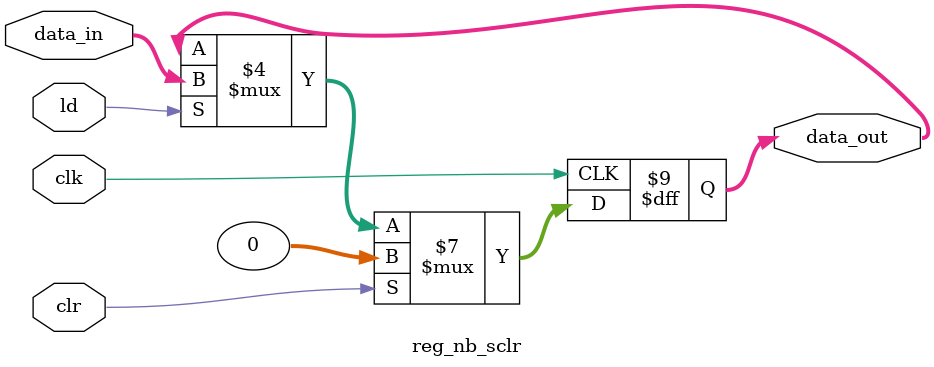
<source format=v>
`timescale 1ns / 1ps
`default_nettype none


module reg_nb_sclr #(parameter n=32) (
    input wire [n-1:0] data_in,
    input wire clk, 
	input wire clr, 
	input wire ld, 
    output reg [n-1:0] data_out  ); 


    always @(posedge clk)
    begin 
       if (clr == 1'b1)       // asynch clr
          data_out <= 0;
       else if (ld == 1'b1)   // synch load
          data_out <= data_in; 
    end
    
endmodule

`default_nettype wire


</source>
